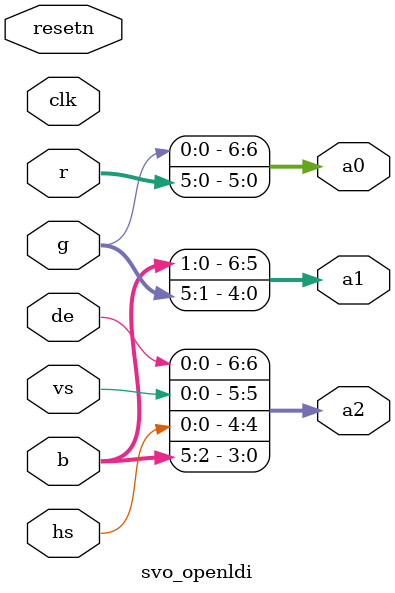
<source format=v>
/*
 *  SVO - Simple Video Out FPGA Core
 *
 *  Copyright (C) 2014  Clifford Wolf <clifford@clifford.at>
 *  
 *  Permission to use, copy, modify, and/or distribute this software for any
 *  purpose with or without fee is hereby granted, provided that the above
 *  copyright notice and this permission notice appear in all copies.
 *  
 *  THE SOFTWARE IS PROVIDED "AS IS" AND THE AUTHOR DISCLAIMS ALL WARRANTIES
 *  WITH REGARD TO THIS SOFTWARE INCLUDING ALL IMPLIED WARRANTIES OF
 *  MERCHANTABILITY AND FITNESS. IN NO EVENT SHALL THE AUTHOR BE LIABLE FOR
 *  ANY SPECIAL, DIRECT, INDIRECT, OR CONSEQUENTIAL DAMAGES OR ANY DAMAGES
 *  WHATSOEVER RESULTING FROM LOSS OF USE, DATA OR PROFITS, WHETHER IN AN
 *  ACTION OF CONTRACT, NEGLIGENCE OR OTHER TORTIOUS ACTION, ARISING OUT OF
 *  OR IN CONNECTION WITH THE USE OR PERFORMANCE OF THIS SOFTWARE.
 *
 */

`timescale 1ns / 1ps
`include "svo_defines.vh"

module svo_openldi (
	input clk, resetn,
	input de, vs, hs,
	input [5:0] r, g, b,
	output [6:0] a0, a1, a2
);
	assign a0 = {g[0], r[5], r[4], r[3], r[2], r[1], r[0]};
	assign a1 = {b[1], b[0], g[5], g[4], g[3], g[2], g[1]};
	assign a2 = {  de,   vs,   hs, b[5], b[4], b[3], b[2]};
endmodule

</source>
